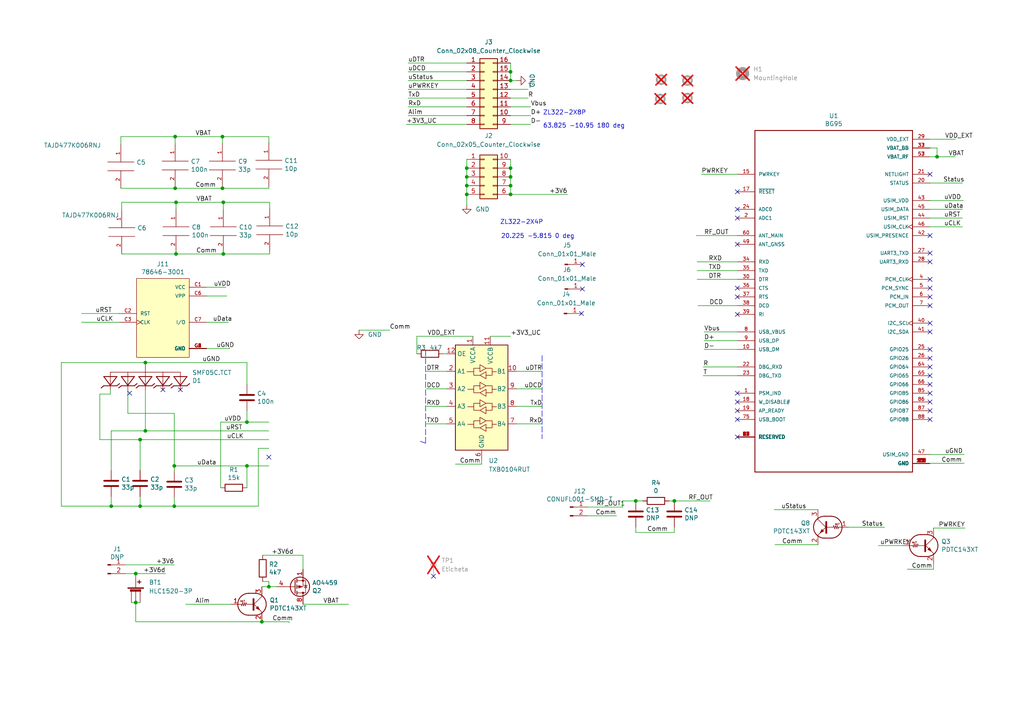
<source format=kicad_sch>
(kicad_sch (version 20231120) (generator "eeschema") (generator_version "8.0")
  (paper "A4")
  (title_block (title "Modem BG95") (rev "4.0") (company "Delta Electronics SRL"))
  (lib_symbols
    (symbol "BG95:BG95" (pin_names (offset 1.016))
      (property "Reference" "U" (at -22.86 49.276 0))
      (property "Value" "BG95_BG95" (at -22.86 -53.34 0))
      (symbol "BG95_0_0"
        (pin output line (at -27.94 -27.94 0) (length 5.08) (name "PSM_IND") (number "1"))
        (pin bidirectional line (at -27.94 -15.24 0) (length 5.08) (name "USB_DM") (number "10"))
        (pin power_in line (at 27.94 -48.26 180) (length 5.08) (name "GND") (number "100"))
        (pin power_in line (at 27.94 -48.26 180) (length 5.08) (name "GND") (number "101"))
        (pin power_in line (at 27.94 -48.26 180) (length 5.08) (name "GND") (number "102"))
        (pin bidirectional line (at -27.94 -40.64 0) (length 5.08) (name "RESERVED") (number "11"))
        (pin bidirectional line (at -27.94 -40.64 0) (length 5.08) (name "RESERVED") (number "12"))
        (pin bidirectional line (at -27.94 -40.64 0) (length 5.08) (name "RESERVED") (number "13"))
        (pin bidirectional line (at -27.94 -40.64 0) (length 5.08) (name "RESERVED") (number "14"))
        (pin input line (at -27.94 35.56 0) (length 5.08) (name "PWRKEY") (number "15"))
        (pin bidirectional line (at -27.94 -40.64 0) (length 5.08) (name "RESERVED") (number "16"))
        (pin input line (at -27.94 30.48 0) (length 5.08) (name "~{RESET}") (number "17"))
        (pin input line (at -27.94 -30.48 0) (length 5.08) (name "W_DISABLE#") (number "18"))
        (pin input line (at -27.94 -33.02 0) (length 5.08) (name "AP_READY") (number "19"))
        (pin input line (at -27.94 22.86 0) (length 5.08) (name "ADC1") (number "2"))
        (pin output line (at 27.94 33.02 180) (length 5.08) (name "STATUS") (number "20"))
        (pin output line (at 27.94 35.56 180) (length 5.08) (name "NETLIGHT") (number "21"))
        (pin input line (at -27.94 -20.32 0) (length 5.08) (name "DBG_RXD") (number "22"))
        (pin output line (at -27.94 -22.86 0) (length 5.08) (name "DBG_TXD") (number "23"))
        (pin input line (at -27.94 25.4 0) (length 5.08) (name "ADC0") (number "24"))
        (pin bidirectional line (at 27.94 -15.24 180) (length 5.08) (name "GPIO25") (number "25"))
        (pin bidirectional line (at 27.94 -17.78 180) (length 5.08) (name "GPIO26") (number "26"))
        (pin output line (at 27.94 12.7 180) (length 5.08) (name "UART3_TXD") (number "27"))
        (pin input line (at 27.94 10.16 180) (length 5.08) (name "UART3_RXD") (number "28"))
        (pin power_in line (at 27.94 45.72 180) (length 5.08) (name "VDD_EXT") (number "29"))
        (pin power_in line (at 27.94 -48.26 180) (length 5.08) (name "GND") (number "3"))
        (pin input line (at -27.94 5.08 0) (length 5.08) (name "DTR") (number "30"))
        (pin power_in line (at 27.94 -48.26 180) (length 5.08) (name "GND") (number "31"))
        (pin power_in line (at 27.94 43.18 180) (length 5.08) (name "VBAT_BB") (number "32"))
        (pin power_in line (at 27.94 43.18 180) (length 5.08) (name "VBAT_BB") (number "33"))
        (pin input line (at -27.94 10.16 0) (length 5.08) (name "RXD") (number "34"))
        (pin output line (at -27.94 7.62 0) (length 5.08) (name "TXD") (number "35"))
        (pin output line (at -27.94 2.54 0) (length 5.08) (name "CTS") (number "36"))
        (pin input line (at -27.94 0 0) (length 5.08) (name "RTS") (number "37"))
        (pin output line (at -27.94 -2.54 0) (length 5.08) (name "DCD") (number "38"))
        (pin output line (at -27.94 -5.08 0) (length 5.08) (name "RI") (number "39"))
        (pin output clock (at 27.94 5.08 180) (length 5.08) (name "PCM_CLK") (number "4"))
        (pin output clock (at 27.94 -7.62 180) (length 5.08) (name "I2C_SCL") (number "40"))
        (pin bidirectional line (at 27.94 -10.16 180) (length 5.08) (name "I2C_SDA") (number "41"))
        (pin input line (at 27.94 17.78 180) (length 5.08) (name "USIM_PRESENCE") (number "42"))
        (pin power_in line (at 27.94 27.94 180) (length 5.08) (name "USIM_VDD") (number "43"))
        (pin output line (at 27.94 22.86 180) (length 5.08) (name "USIM_RST") (number "44"))
        (pin bidirectional line (at 27.94 25.4 180) (length 5.08) (name "USIM_DATA") (number "45"))
        (pin output clock (at 27.94 20.32 180) (length 5.08) (name "USIM_CLK") (number "46"))
        (pin power_in line (at 27.94 -45.72 180) (length 5.08) (name "USIM_GND") (number "47"))
        (pin power_in line (at 27.94 -48.26 180) (length 5.08) (name "GND") (number "48"))
        (pin input line (at -27.94 15.24 0) (length 5.08) (name "ANT_GNSS") (number "49"))
        (pin output line (at 27.94 2.54 180) (length 5.08) (name "PCM_SYNC") (number "5"))
        (pin power_in line (at 27.94 -48.26 180) (length 5.08) (name "GND") (number "50"))
        (pin bidirectional line (at -27.94 -40.64 0) (length 5.08) (name "RESERVED") (number "51"))
        (pin power_in line (at 27.94 40.64 180) (length 5.08) (name "VBAT_RF") (number "52"))
        (pin power_in line (at 27.94 40.64 180) (length 5.08) (name "VBAT_RF") (number "53"))
        (pin power_in line (at 27.94 -48.26 180) (length 5.08) (name "GND") (number "54"))
        (pin power_in line (at 27.94 -48.26 180) (length 5.08) (name "GND") (number "55"))
        (pin bidirectional line (at -27.94 -40.64 0) (length 5.08) (name "RESERVED") (number "56"))
        (pin bidirectional line (at -27.94 -40.64 0) (length 5.08) (name "RESERVED") (number "57"))
        (pin power_in line (at 27.94 -48.26 180) (length 5.08) (name "GND") (number "58"))
        (pin power_in line (at 27.94 -48.26 180) (length 5.08) (name "GND") (number "59"))
        (pin input line (at 27.94 0 180) (length 5.08) (name "PCM_IN") (number "6"))
        (pin bidirectional line (at -27.94 17.78 0) (length 5.08) (name "ANT_MAIN") (number "60"))
        (pin power_in line (at 27.94 -48.26 180) (length 5.08) (name "GND") (number "61"))
        (pin power_in line (at 27.94 -48.26 180) (length 5.08) (name "GND") (number "62"))
        (pin bidirectional line (at -27.94 -40.64 0) (length 5.08) (name "RESERVED") (number "63"))
        (pin bidirectional line (at 27.94 -20.32 180) (length 5.08) (name "GPIO64") (number "64"))
        (pin bidirectional line (at 27.94 -22.86 180) (length 5.08) (name "GPIO65") (number "65"))
        (pin bidirectional line (at 27.94 -25.4 180) (length 5.08) (name "GPIO66") (number "66"))
        (pin power_in line (at 27.94 -48.26 180) (length 5.08) (name "GND") (number "67"))
        (pin power_in line (at 27.94 -48.26 180) (length 5.08) (name "GND") (number "68"))
        (pin power_in line (at 27.94 -48.26 180) (length 5.08) (name "GND") (number "69"))
        (pin output line (at 27.94 -2.54 180) (length 5.08) (name "PCM_OUT") (number "7"))
        (pin power_in line (at 27.94 -48.26 180) (length 5.08) (name "GND") (number "70"))
        (pin power_in line (at 27.94 -48.26 180) (length 5.08) (name "GND") (number "71"))
        (pin power_in line (at 27.94 -48.26 180) (length 5.08) (name "GND") (number "72"))
        (pin power_in line (at 27.94 -48.26 180) (length 5.08) (name "GND") (number "73"))
        (pin power_in line (at 27.94 -48.26 180) (length 5.08) (name "GND") (number "74"))
        (pin input line (at -27.94 -35.56 0) (length 5.08) (name "USB_BOOT") (number "75"))
        (pin bidirectional line (at -27.94 -40.64 0) (length 5.08) (name "RESERVED") (number "76"))
        (pin bidirectional line (at -27.94 -40.64 0) (length 5.08) (name "RESERVED") (number "77"))
        (pin bidirectional line (at -27.94 -40.64 0) (length 5.08) (name "RESERVED") (number "78"))
        (pin power_in line (at 27.94 -48.26 180) (length 5.08) (name "GND") (number "79"))
        (pin input line (at -27.94 -10.16 0) (length 5.08) (name "USB_VBUS") (number "8"))
        (pin power_in line (at 27.94 -48.26 180) (length 5.08) (name "GND") (number "80"))
        (pin power_in line (at 27.94 -48.26 180) (length 5.08) (name "GND") (number "81"))
        (pin power_in line (at 27.94 -48.26 180) (length 5.08) (name "GND") (number "82"))
        (pin bidirectional line (at -27.94 -40.64 0) (length 5.08) (name "RESERVED") (number "83"))
        (pin bidirectional line (at -27.94 -40.64 0) (length 5.08) (name "RESERVED") (number "84"))
        (pin bidirectional line (at 27.94 -27.94 180) (length 5.08) (name "GPIO85") (number "85"))
        (pin bidirectional line (at 27.94 -30.48 180) (length 5.08) (name "GPIO86") (number "86"))
        (pin bidirectional line (at 27.94 -33.02 180) (length 5.08) (name "GPIO87") (number "87"))
        (pin bidirectional line (at 27.94 -35.56 180) (length 5.08) (name "GPIO88") (number "88"))
        (pin power_in line (at 27.94 -48.26 180) (length 5.08) (name "GND") (number "89"))
        (pin bidirectional line (at -27.94 -12.7 0) (length 5.08) (name "USB_DP") (number "9"))
        (pin power_in line (at 27.94 -48.26 180) (length 5.08) (name "GND") (number "90"))
        (pin power_in line (at 27.94 -48.26 180) (length 5.08) (name "GND") (number "91"))
        (pin bidirectional line (at -27.94 -40.64 0) (length 5.08) (name "RESERVED") (number "92"))
        (pin bidirectional line (at -27.94 -40.64 0) (length 5.08) (name "RESERVED") (number "93"))
        (pin bidirectional line (at -27.94 -40.64 0) (length 5.08) (name "RESERVED") (number "94"))
        (pin bidirectional line (at -27.94 -40.64 0) (length 5.08) (name "RESERVED") (number "95"))
        (pin bidirectional line (at -27.94 -40.64 0) (length 5.08) (name "RESERVED") (number "96"))
        (pin bidirectional line (at -27.94 -40.64 0) (length 5.08) (name "RESERVED") (number "97"))
        (pin bidirectional line (at -27.94 -40.64 0) (length 5.08) (name "RESERVED") (number "98"))
        (pin bidirectional line (at -27.94 -40.64 0) (length 5.08) (name "RESERVED") (number "99"))
      )
    )
    (symbol "Connector:Conn_01x01_Male" (pin_names (offset 1.016) hide)
      (property "Reference" "J" (at 0 2.54 0))
      (property "Value" "Conn_01x01_Male" (at 0 -2.54 0))
      (symbol "Conn_01x01_Male_1_1"
        (pin passive line (at 5.08 0 180) (length 3.81) (name "Pin_1") (number "1"))
      )
    )
    (symbol "Connector:Conn_01x02_Male" (pin_names (offset 1.016) hide)
      (property "Reference" "J" (at 0 2.54 0))
      (property "Value" "Conn_01x02_Male" (at 0 -5.08 0))
      (symbol "Conn_01x02_Male_1_1"
        (pin passive line (at 5.08 0 180) (length 3.81) (name "Pin_1") (number "1"))
        (pin passive line (at 5.08 -2.54 180) (length 3.81) (name "Pin_2") (number "2"))
      )
    )
    (symbol "Connector:TestPoint" (pin_numbers hide) (pin_names (offset 0.762) hide)
      (property "Reference" "TP" (at 0 6.858 0))
      (property "Value" "TestPoint" (at 0 5.08 0))
      (symbol "TestPoint_1_1"
        (pin passive line (at 0 0 90) (length 2.54) (name "1") (number "1"))
      )
    )
    (symbol "Connector_Generic:Conn_02x05_Counter_Clockwise" (pin_names (offset 1.016) hide)
      (property "Reference" "J" (at 1.27 7.62 0))
      (property "Value" "Conn_02x05_Counter_Clockwise" (at 1.27 -7.62 0))
      (symbol "Conn_02x05_Counter_Clockwise_1_1"
        (pin passive line (at -5.08 5.08 0) (length 3.81) (name "Pin_1") (number "1"))
        (pin passive line (at 7.62 5.08 180) (length 3.81) (name "Pin_10") (number "10"))
        (pin passive line (at -5.08 2.54 0) (length 3.81) (name "Pin_2") (number "2"))
        (pin passive line (at -5.08 0 0) (length 3.81) (name "Pin_3") (number "3"))
        (pin passive line (at -5.08 -2.54 0) (length 3.81) (name "Pin_4") (number "4"))
        (pin passive line (at -5.08 -5.08 0) (length 3.81) (name "Pin_5") (number "5"))
        (pin passive line (at 7.62 -5.08 180) (length 3.81) (name "Pin_6") (number "6"))
        (pin passive line (at 7.62 -2.54 180) (length 3.81) (name "Pin_7") (number "7"))
        (pin passive line (at 7.62 0 180) (length 3.81) (name "Pin_8") (number "8"))
        (pin passive line (at 7.62 2.54 180) (length 3.81) (name "Pin_9") (number "9"))
      )
    )
    (symbol "Connector_Generic:Conn_02x08_Counter_Clockwise" (pin_names (offset 1.016) hide)
      (property "Reference" "J" (at 1.27 10.16 0))
      (property "Value" "Conn_02x08_Counter_Clockwise" (at 1.27 -12.7 0))
      (symbol "Conn_02x08_Counter_Clockwise_1_1"
        (pin passive line (at -5.08 7.62 0) (length 3.81) (name "Pin_1") (number "1"))
        (pin passive line (at 7.62 -7.62 180) (length 3.81) (name "Pin_10") (number "10"))
        (pin passive line (at 7.62 -5.08 180) (length 3.81) (name "Pin_11") (number "11"))
        (pin passive line (at 7.62 -2.54 180) (length 3.81) (name "Pin_12") (number "12"))
        (pin passive line (at 7.62 0 180) (length 3.81) (name "Pin_13") (number "13"))
        (pin passive line (at 7.62 2.54 180) (length 3.81) (name "Pin_14") (number "14"))
        (pin passive line (at 7.62 5.08 180) (length 3.81) (name "Pin_15") (number "15"))
        (pin passive line (at 7.62 7.62 180) (length 3.81) (name "Pin_16") (number "16"))
        (pin passive line (at -5.08 5.08 0) (length 3.81) (name "Pin_2") (number "2"))
        (pin passive line (at -5.08 2.54 0) (length 3.81) (name "Pin_3") (number "3"))
        (pin passive line (at -5.08 0 0) (length 3.81) (name "Pin_4") (number "4"))
        (pin passive line (at -5.08 -2.54 0) (length 3.81) (name "Pin_5") (number "5"))
        (pin passive line (at -5.08 -5.08 0) (length 3.81) (name "Pin_6") (number "6"))
        (pin passive line (at -5.08 -7.62 0) (length 3.81) (name "Pin_7") (number "7"))
        (pin passive line (at -5.08 -10.16 0) (length 3.81) (name "Pin_8") (number "8"))
        (pin passive line (at 7.62 -10.16 180) (length 3.81) (name "Pin_9") (number "9"))
      )
    )
    (symbol "Device:C" (pin_numbers hide) (pin_names (offset 0.254))
      (property "Reference" "C" (at 0.635 2.54 0))
      (property "Value" "C" (at 0.635 -2.54 0))
      (symbol "C_1_1"
        (pin passive line (at 0 3.81 270) (length 2.794) (name "~") (number "1"))
        (pin passive line (at 0 -3.81 90) (length 2.794) (name "~") (number "2"))
      )
    )
    (symbol "Device:HLC1520-3P" (pin_numbers hide) (pin_names (offset 0) hide)
      (property "Reference" "BT" (at 2.54 2.54 0))
      (property "Value" "HLC1520-3P" (at 2.54 0 0))
      (symbol "HLC1520-3P_1_1"
        (pin passive line (at 0 5.08 270) (length 2.54) (name "+") (number "1"))
        (pin passive line (at 0 -2.54 90) (length 2.54) (name "-") (number "2"))
        (pin passive line (at -1.27 -2.54 90) (length 2.54) (name "-") (number "3"))
        (pin passive line (at 1.27 -2.54 90) (length 2.54) (name "-") (number "4"))
      )
    )
    (symbol "Device:R" (pin_numbers hide) (pin_names (offset 0))
      (property "Reference" "R" (at 2.032 0 90))
      (property "Value" "R" (at 0 0 90))
      (symbol "R_1_1"
        (pin passive line (at 0 3.81 270) (length 1.27) (name "~") (number "1"))
        (pin passive line (at 0 -3.81 90) (length 1.27) (name "~") (number "2"))
      )
    )
    (symbol "Logic_LevelTranslator:TXB0104RUT"
      (property "Reference" "U" (at -6.35 16.51 0))
      (property "Value" "TXB0104RUT" (at 3.81 16.51 0))
      (symbol "TXB0104RUT_1_1"
        (pin power_in line (at -2.54 17.78 270) (length 2.54) (name "VCCA") (number "1"))
        (pin tri_state line (at 10.16 7.62 180) (length 2.54) (name "B1") (number "10"))
        (pin power_in line (at 2.54 17.78 270) (length 2.54) (name "VCCB") (number "11"))
        (pin input line (at -10.16 12.7 0) (length 2.54) (name "OE") (number "12"))
        (pin tri_state line (at -10.16 7.62 0) (length 2.54) (name "A1") (number "2"))
        (pin tri_state line (at -10.16 2.54 0) (length 2.54) (name "A2") (number "3"))
        (pin tri_state line (at -10.16 -2.54 0) (length 2.54) (name "A3") (number "4"))
        (pin tri_state line (at -10.16 -7.62 0) (length 2.54) (name "A4") (number "5"))
        (pin power_in line (at 0 -17.78 90) (length 2.54) (name "GND") (number "6"))
        (pin tri_state line (at 10.16 -7.62 180) (length 2.54) (name "B4") (number "7"))
        (pin tri_state line (at 10.16 -2.54 180) (length 2.54) (name "B3") (number "8"))
        (pin tri_state line (at 10.16 2.54 180) (length 2.54) (name "B2") (number "9"))
      )
    )
    (symbol "Mechanical:Fiducial"
      (property "Reference" "FID" (at 0 5.08 0))
      (property "Value" "Fiducial" (at 0 3.175 0))
    )
    (symbol "Mechanical:MountingHole" (pin_names (offset 1.016))
      (property "Reference" "H" (at 0 5.08 0))
      (property "Value" "MountingHole" (at 0 3.175 0))
    )
    (symbol "SMF05C:SMF05C" (pin_numbers hide) (pin_names (offset 1.016) hide)
      (property "Reference" "D" (at -23.0124 0.1016 0))
      (property "Value" "SMF05C_SMF05C" (at -23.0378 -1.9558 0))
      (symbol "SMF05C_0_0"
        (pin passive line (at -7.62 2.54 270) (length 2.54) (name "~") (number "1"))
        (pin passive line (at 2.54 -5.08 90) (length 2.54) (name "~") (number "2"))
        (pin passive line (at -2.54 2.54 270) (length 2.54) (name "~") (number "3"))
        (pin passive line (at 2.54 2.54 270) (length 2.54) (name "~") (number "4"))
        (pin passive line (at 7.62 2.54 270) (length 2.54) (name "~") (number "5"))
        (pin passive line (at 12.7 2.54 270) (length 2.54) (name "~") (number "6"))
      )
    )
    (symbol "SimSocketMolex:78646-3001" (pin_names (offset 1.016))
      (property "Reference" "J" (at -7.112 10.668 0))
      (property "Value" "SimSocketMolex_78646-3001" (at -7.3914 -14.7828 0))
      (symbol "78646-3001_0_0"
        (pin power_in line (at 12.7 7.62 180) (length 5.08) (name "VCC") (number "C1"))
        (pin input line (at -12.7 0 0) (length 5.08) (name "RST") (number "C2"))
        (pin input clock (at -12.7 -2.54 0) (length 5.08) (name "CLK") (number "C3"))
        (pin power_in line (at 12.7 -10.16 180) (length 5.08) (name "GND") (number "C5"))
        (pin power_in line (at 12.7 5.08 180) (length 5.08) (name "VPP") (number "C6"))
        (pin bidirectional line (at 12.7 -2.54 180) (length 5.08) (name "I/O") (number "C7"))
        (pin power_in line (at 12.7 -10.16 180) (length 5.08) (name "GND") (number "G1"))
        (pin power_in line (at 12.7 -10.16 180) (length 5.08) (name "GND") (number "G2"))
        (pin power_in line (at 12.7 -10.16 180) (length 5.08) (name "GND") (number "G3"))
        (pin power_in line (at 12.7 -10.16 180) (length 5.08) (name "GND") (number "G4"))
        (pin power_in line (at 12.7 -10.16 180) (length 5.08) (name "GND") (number "G5"))
        (pin power_in line (at 12.7 -10.16 180) (length 5.08) (name "GND") (number "G6"))
      )
    )
    (symbol "Transistor_BJT:DTC143T" (pin_names (offset 0) hide)
      (property "Reference" "Q" (at 5.08 1.905 0))
      (property "Value" "DTC143T" (at 5.08 0 0))
      (symbol "DTC143T_0_0"
        (text "4k7" (at -3.048 0.889 0) (effects (font (size 0.508 0.508))))
      )
      (symbol "DTC143T_1_1"
        (pin input line (at -6.35 0 0) (length 2.54) (name "B") (number "1"))
        (pin passive line (at 2.54 -5.08 90) (length 2.54) (name "E") (number "2"))
        (pin passive line (at 2.54 5.08 270) (length 2.54) (name "C") (number "3"))
      )
    )
    (symbol "Transistor_FET:FDS9435A" (pin_names hide)
      (property "Reference" "Q" (at 5.08 1.905 0))
      (property "Value" "FDS9435A" (at 5.08 0 0))
      (symbol "FDS9435A_1_1"
        (pin passive line (at 2.54 -5.08 90) (length 2.54) (name "S") (number "1"))
        (pin passive line (at 2.54 -5.08 90) (length 2.54) hide (name "S") (number "2"))
        (pin passive line (at 2.54 -5.08 90) (length 2.54) hide (name "S") (number "3"))
        (pin passive line (at -5.08 0 0) (length 2.54) (name "G") (number "4"))
        (pin passive line (at 2.54 5.08 270) (length 2.54) hide (name "D") (number "5"))
        (pin passive line (at 2.54 5.08 270) (length 2.54) hide (name "D") (number "6"))
        (pin passive line (at 2.54 5.08 270) (length 2.54) hide (name "D") (number "7"))
        (pin passive line (at 2.54 5.08 270) (length 2.54) (name "D") (number "8"))
      )
    )
    (symbol "power:GND" (power) (pin_names (offset 0))
      (property "Value" "GND" (at 0 -3.81 0))
      (symbol "GND_1_1"
        (pin power_in line (at 0 0 270) (length 0) hide (name "GND") (number "1"))
      )
    )
    (symbol "pspice:CAP" (pin_names (offset 0.254))
      (property "Reference" "C" (at 2.54 3.81 90))
      (property "Value" "CAP" (at 2.54 -3.81 90))
      (symbol "CAP_1_1"
        (pin passive line (at 0 6.35 270) (length 5.08) (name "~") (number "1"))
        (pin passive line (at 0 -6.35 90) (length 5.08) (name "~") (number "2"))
      )
    )
  )
  (junction (at 148.082 51.308))
  (junction (at 135.382 48.768))
  (junction (at 184.404 145.288))
  (junction (at 64.77 58.674))
  (junction (at 42.164 124.968))
  (junction (at 135.382 53.848))
  (junction (at 50.546 146.812))
  (junction (at 64.77 73.66))
  (junction (at 77.978 170.18))
  (junction (at 50.8 54.61))
  (junction (at 71.628 122.428))
  (junction (at 42.164 105.156))
  (junction (at 51.054 58.674))
  (junction (at 195.58 145.288))
  (junction (at 51.054 73.66))
  (junction (at 135.382 56.388))
  (junction (at 32.258 146.812))
  (junction (at 148.082 53.848))
  (junction (at 148.082 48.768))
  (junction (at 148.082 23.368))
  (junction (at 75.946 180.34))
  (junction (at 50.8 39.624))
  (junction (at 50.546 135.128))
  (junction (at 71.628 135.128))
  (junction (at 39.37 166.37))
  (junction (at 271.78 45.466))
  (junction (at 39.37 174.752))
  (junction (at 64.516 39.624))
  (junction (at 64.516 54.61))
  (junction (at 148.082 20.828))
  (junction (at 40.64 146.812))
  (junction (at 40.64 127.508))
  (junction (at 135.382 51.308))
  (junction (at 148.082 56.388))
  (no_connect (at 168.656 90.932))
  (no_connect (at 269.748 106.426))
  (no_connect (at 52.324 113.03))
  (no_connect (at 269.748 75.946))
  (no_connect (at 213.868 114.046))
  (no_connect (at 213.868 121.666))
  (no_connect (at 213.868 86.106))
  (no_connect (at 269.748 114.046))
  (no_connect (at 168.91 76.708))
  (no_connect (at 269.748 101.346))
  (no_connect (at 269.748 68.326))
  (no_connect (at 269.748 116.586))
  (no_connect (at 269.748 121.666))
  (no_connect (at 213.868 119.126))
  (no_connect (at 213.868 83.566))
  (no_connect (at 269.748 93.726))
  (no_connect (at 269.748 119.126))
  (no_connect (at 269.748 108.966))
  (no_connect (at 125.73 167.132))
  (no_connect (at 47.244 113.03))
  (no_connect (at 213.868 126.746))
  (no_connect (at 213.868 116.586))
  (no_connect (at 269.748 86.106))
  (no_connect (at 269.748 83.566))
  (no_connect (at 213.868 91.186))
  (no_connect (at 77.978 132.588))
  (no_connect (at 213.868 70.866))
  (no_connect (at 37.592 114.046))
  (no_connect (at 269.748 73.406))
  (no_connect (at 269.748 88.646))
  (no_connect (at 213.868 55.626))
  (no_connect (at 269.748 50.546))
  (no_connect (at 269.748 103.886))
  (no_connect (at 269.748 81.026))
  (no_connect (at 213.868 63.246))
  (no_connect (at 213.868 60.706))
  (no_connect (at 269.748 96.266))
  (no_connect (at 269.748 111.506))
  (no_connect (at 168.91 83.82))
  (wire (pts (xy 74.93 146.812) (xy 50.546 146.812)))
  (wire (pts (xy 118.364 28.448) (xy 135.382 28.448)))
  (wire (pts (xy 148.082 36.068) (xy 153.924 36.068)))
  (wire (pts (xy 139.7 134.62) (xy 132.08 134.62)))
  (wire (pts (xy 37.084 119.888) (xy 37.084 113.03)))
  (wire (pts (xy 180.594 145.288) (xy 180.594 147.066)))
  (wire (pts (xy 203.962 108.966) (xy 213.868 108.966)))
  (wire (pts (xy 204.216 98.806) (xy 213.868 98.806)))
  (wire (pts (xy 270.764 163.322) (xy 270.764 165.1)))
  (wire (pts (xy 35.306 58.674) (xy 51.054 58.674)))
  (wire (pts (xy 157.226 107.696) (xy 149.86 107.696)))
  (wire (pts (xy 195.58 152.908) (xy 195.58 154.432)))
  (wire (pts (xy 204.216 96.266) (xy 213.868 96.266)))
  (wire (pts (xy 40.64 144.018) (xy 40.64 146.812)))
  (wire (pts (xy 50.8 39.624) (xy 64.516 39.624)))
  (wire (pts (xy 269.748 65.786) (xy 279.146 65.786)))
  (wire (pts (xy 32.258 146.812) (xy 40.64 146.812)))
  (wire (pts (xy 17.78 146.812) (xy 32.258 146.812)))
  (wire (pts (xy 32.258 144.018) (xy 32.258 146.812)))
  (wire (pts (xy 120.904 97.536) (xy 120.904 102.616)))
  (wire (pts (xy 213.868 88.646) (xy 202.438 88.646)))
  (wire (pts (xy 64.008 122.428) (xy 71.628 122.428)))
  (wire (pts (xy 148.082 48.768) (xy 148.082 51.308)))
  (wire (pts (xy 59.944 85.852) (xy 65.786 85.852)))
  (wire (pts (xy 148.082 23.368) (xy 149.86 23.368)))
  (wire (pts (xy 40.64 127.508) (xy 77.978 127.508)))
  (wire (pts (xy 39.37 166.37) (xy 48.006 166.37)))
  (wire (pts (xy 118.364 25.908) (xy 135.382 25.908)))
  (wire (pts (xy 76.2 168.656) (xy 77.978 168.656)))
  (wire (pts (xy 129.54 112.776) (xy 123.698 112.776)))
  (wire (pts (xy 50.8 41.656) (xy 50.8 39.624)))
  (wire (pts (xy 35.052 54.61) (xy 50.8 54.61)))
  (wire (pts (xy 269.748 42.926) (xy 271.78 42.926)))
  (wire (pts (xy 71.628 122.428) (xy 77.978 122.428)))
  (wire (pts (xy 78.232 73.66) (xy 78.232 73.152)))
  (wire (pts (xy 39.37 180.34) (xy 39.37 174.752)))
  (wire (pts (xy 32.258 124.968) (xy 32.258 136.398)))
  (wire (pts (xy 148.082 46.228) (xy 148.082 48.768)))
  (wire (pts (xy 237.236 157.988) (xy 224.79 157.988)))
  (wire (pts (xy 50.8 54.61) (xy 50.8 54.356)))
  (wire (pts (xy 87.884 175.26) (xy 101.092 175.26)))
  (wire (pts (xy 269.748 45.466) (xy 271.78 45.466)))
  (wire (pts (xy 64.77 58.674) (xy 78.232 58.674)))
  (wire (pts (xy 77.978 39.624) (xy 77.978 41.402)))
  (wire (pts (xy 135.382 23.368) (xy 118.364 23.368)))
  (wire (pts (xy 118.364 30.988) (xy 135.382 30.988)))
  (wire (pts (xy 67.056 175.26) (xy 53.848 175.26)))
  (wire (pts (xy 36.322 163.83) (xy 50.546 163.83)))
  (wire (pts (xy 50.546 135.128) (xy 71.628 135.128)))
  (polyline (pts (xy 157.226 103.124) (xy 157.226 127.254)) (stroke (width 0) (type dash)))
  (wire (pts (xy 35.306 60.96) (xy 35.306 58.674)))
  (wire (pts (xy 59.944 93.472) (xy 66.294 93.472)))
  (wire (pts (xy 35.052 39.624) (xy 50.8 39.624)))
  (wire (pts (xy 35.306 73.66) (xy 51.054 73.66)))
  (wire (pts (xy 50.546 119.888) (xy 37.084 119.888)))
  (wire (pts (xy 203.962 106.426) (xy 213.868 106.426)))
  (wire (pts (xy 139.7 133.096) (xy 139.7 134.62)))
  (wire (pts (xy 77.978 135.128) (xy 71.628 135.128)))
  (wire (pts (xy 148.082 30.988) (xy 153.924 30.988)))
  (wire (pts (xy 135.382 20.828) (xy 118.364 20.828)))
  (wire (pts (xy 28.956 114.3) (xy 32.004 114.3)))
  (wire (pts (xy 64.77 73.66) (xy 64.77 73.406)))
  (wire (pts (xy 77.978 170.18) (xy 80.264 170.18)))
  (wire (pts (xy 123.698 107.696) (xy 129.54 107.696)))
  (wire (pts (xy 184.404 154.432) (xy 195.58 154.432)))
  (wire (pts (xy 64.516 41.656) (xy 64.516 39.624)))
  (wire (pts (xy 42.164 113.03) (xy 42.164 124.968)))
  (wire (pts (xy 64.77 60.706) (xy 64.77 58.674)))
  (wire (pts (xy 39.37 174.752) (xy 40.64 174.752)))
  (wire (pts (xy 17.78 146.812) (xy 17.78 105.156)))
  (wire (pts (xy 148.082 53.848) (xy 148.082 56.388)))
  (wire (pts (xy 148.082 56.388) (xy 164.592 56.388)))
  (wire (pts (xy 195.58 145.288) (xy 205.994 145.288)))
  (wire (pts (xy 129.54 117.856) (xy 123.698 117.856)))
  (wire (pts (xy 34.544 93.472) (xy 23.622 93.472)))
  (wire (pts (xy 74.93 130.048) (xy 74.93 146.812)))
  (wire (pts (xy 261.874 158.242) (xy 254.762 158.242)))
  (wire (pts (xy 40.64 127.508) (xy 40.64 136.398)))
  (wire (pts (xy 213.868 81.026) (xy 202.184 81.026)))
  (wire (pts (xy 34.544 90.932) (xy 23.622 90.932)))
  (wire (pts (xy 157.226 117.856) (xy 149.86 117.856)))
  (wire (pts (xy 75.946 170.18) (xy 77.978 170.18)))
  (wire (pts (xy 66.548 101.092) (xy 66.548 100.838)))
  (wire (pts (xy 170.434 149.606) (xy 178.816 149.606)))
  (wire (pts (xy 51.054 60.706) (xy 51.054 58.674)))
  (wire (pts (xy 148.082 28.448) (xy 153.162 28.448)))
  (wire (pts (xy 64.516 39.624) (xy 77.978 39.624)))
  (wire (pts (xy 64.516 54.61) (xy 64.516 54.356)))
  (wire (pts (xy 180.594 147.066) (xy 170.434 147.066)))
  (wire (pts (xy 17.78 105.156) (xy 42.164 105.156)))
  (wire (pts (xy 184.404 145.288) (xy 186.436 145.288)))
  (wire (pts (xy 36.322 166.37) (xy 39.37 166.37)))
  (wire (pts (xy 71.628 119.126) (xy 71.628 122.428)))
  (wire (pts (xy 77.978 54.61) (xy 77.978 54.102)))
  (wire (pts (xy 77.978 168.656) (xy 77.978 170.18)))
  (wire (pts (xy 271.78 42.926) (xy 271.78 45.466)))
  (wire (pts (xy 51.054 58.674) (xy 64.77 58.674)))
  (wire (pts (xy 148.082 20.828) (xy 148.082 23.368)))
  (wire (pts (xy 104.14 95.758) (xy 113.03 95.758)))
  (wire (pts (xy 64.77 73.66) (xy 78.232 73.66)))
  (wire (pts (xy 184.404 145.288) (xy 180.594 145.288)))
  (wire (pts (xy 78.232 58.674) (xy 78.232 60.452)))
  (wire (pts (xy 50.8 54.61) (xy 64.516 54.61)))
  (wire (pts (xy 213.868 68.326) (xy 201.93 68.326)))
  (wire (pts (xy 129.54 122.936) (xy 123.698 122.936)))
  (wire (pts (xy 40.64 127.508) (xy 28.956 127.508)))
  (wire (pts (xy 51.054 73.66) (xy 51.054 73.406)))
  (wire (pts (xy 269.748 53.086) (xy 279.146 53.086)))
  (wire (pts (xy 203.454 50.546) (xy 213.868 50.546)))
  (wire (pts (xy 77.978 124.968) (xy 42.164 124.968)))
  (wire (pts (xy 59.944 101.092) (xy 66.548 101.092)))
  (wire (pts (xy 194.056 145.288) (xy 195.58 145.288)))
  (wire (pts (xy 148.082 25.908) (xy 153.162 25.908)))
  (wire (pts (xy 135.382 46.228) (xy 135.382 48.768)))
  (wire (pts (xy 87.884 161.036) (xy 87.884 165.1)))
  (wire (pts (xy 157.226 112.776) (xy 149.86 112.776)))
  (wire (pts (xy 148.082 33.528) (xy 153.924 33.528)))
  (wire (pts (xy 135.382 56.388) (xy 135.382 59.436)))
  (wire (pts (xy 42.164 105.156) (xy 42.164 105.41)))
  (wire (pts (xy 59.944 83.312) (xy 65.532 83.312)))
  (wire (pts (xy 51.054 73.66) (xy 64.77 73.66)))
  (wire (pts (xy 135.382 48.768) (xy 135.382 51.308)))
  (wire (pts (xy 135.382 53.848) (xy 135.382 56.388)))
  (wire (pts (xy 269.748 40.386) (xy 277.114 40.386)))
  (wire (pts (xy 269.748 63.246) (xy 279.146 63.246)))
  (wire (pts (xy 128.524 102.616) (xy 129.54 102.616)))
  (wire (pts (xy 148.082 51.308) (xy 148.082 53.848)))
  (wire (pts (xy 270.764 153.162) (xy 279.908 153.162)))
  (wire (pts (xy 42.164 124.968) (xy 32.258 124.968)))
  (wire (pts (xy 42.164 105.156) (xy 71.628 105.156)))
  (wire (pts (xy 213.868 78.486) (xy 202.184 78.486)))
  (wire (pts (xy 64.516 54.61) (xy 77.978 54.61)))
  (wire (pts (xy 213.868 75.946) (xy 202.184 75.946)))
  (wire (pts (xy 269.748 58.166) (xy 279.4 58.166)))
  (wire (pts (xy 75.946 180.34) (xy 83.82 180.34)))
  (wire (pts (xy 269.748 131.826) (xy 279.654 131.826)))
  (wire (pts (xy 237.236 147.828) (xy 224.536 147.828)))
  (wire (pts (xy 32.004 114.3) (xy 32.004 113.03)))
  (wire (pts (xy 157.226 122.936) (xy 149.86 122.936)))
  (wire (pts (xy 50.546 119.888) (xy 50.546 135.128)))
  (wire (pts (xy 269.748 60.706) (xy 279.146 60.706)))
  (polyline (pts (xy 121.92 128.016) (xy 123.444 128.524)) (stroke (width 0) (type dash)))
  (wire (pts (xy 204.216 101.346) (xy 213.868 101.346)))
  (wire (pts (xy 148.082 18.288) (xy 148.082 20.828)))
  (wire (pts (xy 120.904 97.536) (xy 137.16 97.536)))
  (wire (pts (xy 76.2 161.036) (xy 87.884 161.036)))
  (wire (pts (xy 246.126 152.908) (xy 256.54 152.908)))
  (wire (pts (xy 269.748 134.366) (xy 279.654 134.366)))
  (wire (pts (xy 40.64 146.812) (xy 50.546 146.812)))
  (wire (pts (xy 71.628 105.156) (xy 71.628 111.506)))
  (wire (pts (xy 184.404 154.432) (xy 184.404 152.908)))
  (wire (pts (xy 50.546 144.272) (xy 50.546 146.812)))
  (wire (pts (xy 270.764 165.1) (xy 263.144 165.1)))
  (wire (pts (xy 38.1 174.752) (xy 39.37 174.752)))
  (wire (pts (xy 75.946 180.34) (xy 39.37 180.34)))
  (wire (pts (xy 77.978 130.048) (xy 74.93 130.048)))
  (polyline (pts (xy 123.444 101.6) (xy 123.444 128.524)) (stroke (width 0) (type dash)))
  (wire (pts (xy 118.364 33.528) (xy 135.382 33.528)))
  (wire (pts (xy 39.37 166.37) (xy 39.37 167.132)))
  (wire (pts (xy 71.628 141.478) (xy 71.628 135.128)))
  (wire (pts (xy 50.546 135.128) (xy 50.546 136.652)))
  (wire (pts (xy 64.008 141.478) (xy 64.008 122.428)))
  (wire (pts (xy 142.24 97.536) (xy 148.082 97.536)))
  (wire (pts (xy 83.82 180.34) (xy 83.82 180.594)))
  (wire (pts (xy 35.052 41.91) (xy 35.052 39.624)))
  (wire (pts (xy 135.382 51.308) (xy 135.382 53.848)))
  (wire (pts (xy 135.382 36.068) (xy 117.856 36.068)))
  (wire (pts (xy 135.382 18.288) (xy 118.364 18.288)))
  (wire (pts (xy 28.956 127.508) (xy 28.956 114.3)))
  (wire (pts (xy 271.78 45.466) (xy 277.114 45.466)))
  (text "ZL322-2X8P" (at 157.48 33.528 0) (effects (font (size 1.27 1.27)) (justify left bottom)))
  (text "20.225 -5.815 0 deg" (at 145.288 69.342 0) (effects (font (size 1.27 1.27)) (justify left bottom)))
  (text "ZL322-2X4P\n\n" (at 145.034 67.31 0) (effects (font (size 1.27 1.27)) (justify left bottom)))
  (text "63.825 -10.95 180 deg" (at 157.48 37.338 0) (effects (font (size 1.27 1.27)) (justify left bottom)))
  (label "Comm" (at 226.822 157.988 0))
  (label "uDCD" (at 118.364 20.828 0))
  (label "VBAT" (at 56.642 39.624 0))
  (label "Status" (at 249.936 152.908 0))
  (label "+3V6d" (at 78.74 161.036 0))
  (label "D+" (at 153.924 33.528 0))
  (label "DTR" (at 205.486 81.026 0))
  (label "VDD_EXT" (at 274.066 40.386 0))
  (label "RXD" (at 205.486 75.946 0))
  (label "VDD_EXT" (at 123.952 97.536 0))
  (label "TXD" (at 205.486 78.486 0))
  (label "Comm" (at 133.35 134.62 0))
  (label "+3V3_UC" (at 148.082 97.536 0))
  (label "Vbus" (at 204.216 96.266 0))
  (label "uGND" (at 274.066 131.826 0))
  (label "DCD" (at 123.698 112.776 0))
  (label "uRST" (at 273.812 63.246 0))
  (label "D+" (at 204.216 98.806 0))
  (label "PWRKEY" (at 279.908 153.162 180))
  (label "uData" (at 61.722 93.472 0))
  (label "uDTR" (at 157.226 107.696 180))
  (label "uCLK" (at 273.812 65.786 0))
  (label "VBAT" (at 93.726 175.26 0))
  (label "uVDD" (at 61.976 83.312 0))
  (label "PWRKEY" (at 203.454 50.546 0))
  (label "Comm" (at 56.896 73.66 0))
  (label "VBAT" (at 275.082 45.466 0))
  (label "Comm" (at 172.72 149.606 0))
  (label "D-" (at 153.924 36.068 0))
  (label "uStatus" (at 226.568 147.828 0))
  (label "VBAT" (at 56.896 58.674 0))
  (label "R" (at 203.962 106.426 0))
  (label "uDCD" (at 157.226 112.776 180))
  (label "Comm" (at 273.05 134.366 0))
  (label "Alim" (at 56.642 175.26 0))
  (label "RxD" (at 157.226 122.936 180))
  (label "Comm" (at 264.414 165.1 0))
  (label "DTR" (at 123.698 107.696 0))
  (label "uStatus" (at 118.364 23.368 0))
  (label "+3V3_UC" (at 117.856 36.068 0))
  (label "Alim" (at 118.364 33.528 0))
  (label "Comm" (at 78.994 180.34 0))
  (label "Status" (at 273.558 53.086 0))
  (label "DCD" (at 205.74 88.646 0))
  (label "Vbus" (at 153.924 30.988 0))
  (label "+3V6" (at 164.592 56.388 180))
  (label "uPWRKEY" (at 118.364 25.908 0))
  (label "Comm" (at 113.03 95.758 0))
  (label "Comm" (at 56.642 54.61 0))
  (label "uCLK" (at 27.94 93.472 0))
  (label "T" (at 203.962 108.966 0))
  (label "RxD" (at 118.364 30.988 0))
  (label "RF_OUT1" (at 172.974 147.066 0))
  (label "uVDD" (at 65.024 122.428 0))
  (label "uRST" (at 27.686 90.932 0))
  (label "RF_OUT" (at 204.216 68.326 0))
  (label "uPWRKEY" (at 255.27 158.242 0))
  (label "+3V6d" (at 48.006 166.37 180))
  (label "uRST" (at 65.532 124.968 0))
  (label "uGND" (at 58.674 105.156 0))
  (label "uData" (at 273.812 60.706 0))
  (label "D-" (at 204.216 101.346 0))
  (label "uData" (at 57.15 135.128 0))
  (label "RXD" (at 123.698 117.856 0))
  (label "RF_OUT" (at 199.644 145.288 0))
  (label "TxD" (at 118.364 28.448 0))
  (label "TxD" (at 157.226 117.856 180))
  (label "uVDD" (at 273.812 58.166 0))
  (label "uDTR" (at 118.364 18.288 0))
  (label "Comm" (at 187.706 154.432 0))
  (label "uCLK" (at 65.786 127.508 0))
  (label "R" (at 153.162 28.448 0))
  (label "+3V6" (at 50.546 163.83 180))
  (label "T" (at 153.162 25.908 0))
  (label "uGND" (at 62.738 101.092 0))
  (label "TXD" (at 123.698 122.936 0))
  (symbol (lib_id "BG95:BG95") (at 241.808 86.106 0) (unit 1)
    (property "Reference" "U1" (at 241.808 33.6042 0))
    (property "Value" "BG95" (at 241.808 35.9156 0))
    (property "Footprint" "BG95:XCVR_BG95M3LA-64-SGNS" (effects (hide yes)))
    (property "Datasheet" "1.1" (effects (hide yes)))
    (property "Field5" "Quectel" (effects (hide yes)))
    (property "Field6" "Manufacturer Recommendations" (effects (hide yes)))
    (property "VTPN" "4716-00010-00" (effects (hide yes)))
  )
  (symbol (lib_id "Transistor_BJT:DTC143T") (at 239.776 152.908 0) (mirror y) (unit 1)
    (property "Reference" "Q8" (at 235.0008 151.7396 0) (effects (justify left)))
    (property "Value" "PDTC143XT" (at 235.0008 154.051 0) (effects (justify left)))
    (property "Footprint" "Package_TO_SOT_SMD:SOT-23" (effects (hide yes)))
    (property "VTPN" "4500-00010-00" (effects (hide yes)))
  )
  (symbol (lib_id "SMF05C:SMF05C") (at 44.704 110.49 180) (unit 1)
    (property "Reference" "D1" (at 55.7276 110.3884 0) (effects (justify right)))
    (property "Value" "SMF05C.TCT" (at 55.7276 108.077 0) (effects (justify right)))
    (property "Footprint" "Diode_SMD:SC70-6" (effects (hide yes)))
    (property "VTPN" "4724-00010-00" (effects (hide yes)))
  )
  (symbol (lib_id "Device:R") (at 67.818 141.478 90) (unit 1)
    (property "Reference" "R1" (at 67.818 136.2202 90))
    (property "Value" "15k" (at 67.818 138.5316 90))
    (property "Footprint" "Resistor_SMD:R_0603_1608Metric" (effects (hide yes)))
    (property "VTPN" "4006-00160-00" (effects (hide yes)))
  )
  (symbol (lib_id "Device:C") (at 32.258 140.208 0) (unit 1)
    (property "Reference" "C1" (at 35.179 139.0396 0) (effects (justify left)))
    (property "Value" "33p" (at 35.179 141.351 0) (effects (justify left)))
    (property "Footprint" "Capacitor_SMD:C_0603_1608Metric" (effects (hide yes)))
    (property "VTPN" "4106-00040-00" (effects (hide yes)))
  )
  (symbol (lib_id "Device:C") (at 40.64 140.208 0) (unit 1)
    (property "Reference" "C2" (at 43.561 139.0396 0) (effects (justify left)))
    (property "Value" "33p" (at 43.561 141.351 0) (effects (justify left)))
    (property "Footprint" "Capacitor_SMD:C_0603_1608Metric" (effects (hide yes)))
    (property "VTPN" "4106-00040-00" (effects (hide yes)))
  )
  (symbol (lib_id "Device:C") (at 50.546 140.462 0) (unit 1)
    (property "Reference" "C3" (at 53.467 139.2936 0) (effects (justify left)))
    (property "Value" "33p" (at 53.467 141.605 0) (effects (justify left)))
    (property "Footprint" "Capacitor_SMD:C_0603_1608Metric" (effects (hide yes)))
    (property "VTPN" "4106-00040-00" (effects (hide yes)))
  )
  (symbol (lib_id "Device:C") (at 71.628 115.316 0) (unit 1)
    (property "Reference" "C4" (at 74.549 114.1476 0) (effects (justify left)))
    (property "Value" "100n" (at 74.549 116.459 0) (effects (justify left)))
    (property "Footprint" "Capacitor_SMD:C_0603_1608Metric" (effects (hide yes)))
    (property "VTPN" "4106-00020-00" (effects (hide yes)))
  )
  (symbol (lib_id "Transistor_BJT:DTC143T") (at 73.406 175.26 0) (unit 1)
    (property "Reference" "Q1" (at 78.1812 174.0916 0) (effects (justify left)))
    (property "Value" "PDTC143XT" (at 78.1812 176.403 0) (effects (justify left)))
    (property "Footprint" "Package_TO_SOT_SMD:SOT-23" (effects (hide yes)))
    (property "VTPN" "4500-00010-00" (effects (hide yes)))
  )
  (symbol (lib_id "Device:R") (at 76.2 164.846 0) (unit 1)
    (property "Reference" "R2" (at 77.978 163.6776 0) (effects (justify left)))
    (property "Value" "4k7" (at 77.978 165.989 0) (effects (justify left)))
    (property "Footprint" "Resistor_SMD:R_0603_1608Metric" (effects (hide yes)))
    (property "VTPN" "4006-00150-00" (effects (hide yes)))
  )
  (symbol (lib_id "pspice:CAP") (at 35.052 48.26 0) (unit 1)
    (property "Reference" "C5" (at 39.5732 47.0916 0) (effects (justify left)))
    (property "Value" "TAJD477K006RNJ" (at 12.7 42.164 0) (effects (justify left)))
    (property "Footprint" "Capacitor_Tantalum_SMD:CP_EIA-7361-38_AVX-V_Pad2.18x3.30mm_HandSolder" (effects (hide yes)))
    (property "VTPN" "4128-00100-00" (effects (hide yes)))
  )
  (symbol (lib_id "pspice:CAP") (at 50.8 48.006 0) (unit 1)
    (property "Reference" "C7" (at 55.3212 46.8376 0) (effects (justify left)))
    (property "Value" "100n" (at 55.3212 49.149 0) (effects (justify left)))
    (property "Footprint" "Capacitor_SMD:C_0603_1608Metric_Pad1.05x0.95mm_HandSolder" (effects (hide yes)))
    (property "VTPN" "4106-00020-00" (effects (hide yes)))
  )
  (symbol (lib_id "pspice:CAP") (at 64.516 48.006 0) (unit 1)
    (property "Reference" "C9" (at 69.0372 46.8376 0) (effects (justify left)))
    (property "Value" "33p" (at 69.0372 49.149 0) (effects (justify left)))
    (property "Footprint" "Capacitor_SMD:C_0603_1608Metric_Pad1.05x0.95mm_HandSolder" (effects (hide yes)))
    (property "VTPN" "4106-00040-00" (effects (hide yes)))
  )
  (symbol (lib_id "pspice:CAP") (at 77.978 47.752 0) (unit 1)
    (property "Reference" "C11" (at 82.4992 46.5836 0) (effects (justify left)))
    (property "Value" "10p" (at 82.4992 48.895 0) (effects (justify left)))
    (property "Footprint" "Capacitor_SMD:C_0603_1608Metric_Pad1.05x0.95mm_HandSolder" (effects (hide yes)))
    (property "VTPN" "4106-00010-00" (effects (hide yes)))
  )
  (symbol (lib_id "pspice:CAP") (at 35.306 67.31 0) (unit 1)
    (property "Reference" "C6" (at 39.8272 66.1416 0) (effects (justify left)))
    (property "Value" "TAJD477K006RNJ" (at 17.9324 62.4332 0) (effects (justify left)))
    (property "Footprint" "Capacitor_Tantalum_SMD:CP_EIA-7361-38_AVX-V_Pad2.18x3.30mm_HandSolder" (effects (hide yes)))
    (property "VTPN" "4128-00100-00" (effects (hide yes)))
  )
  (symbol (lib_id "pspice:CAP") (at 51.054 67.056 0) (unit 1)
    (property "Reference" "C8" (at 55.5752 65.8876 0) (effects (justify left)))
    (property "Value" "100n" (at 55.5752 68.199 0) (effects (justify left)))
    (property "Footprint" "Capacitor_SMD:C_0603_1608Metric_Pad1.05x0.95mm_HandSolder" (effects (hide yes)))
    (property "VTPN" "4106-00020-00" (effects (hide yes)))
  )
  (symbol (lib_id "pspice:CAP") (at 64.77 67.056 0) (unit 1)
    (property "Reference" "C10" (at 69.2912 65.8876 0) (effects (justify left)))
    (property "Value" "33p" (at 69.2912 68.199 0) (effects (justify left)))
    (property "Footprint" "Capacitor_SMD:C_0603_1608Metric_Pad1.05x0.95mm_HandSolder" (effects (hide yes)))
    (property "VTPN" "4106-00040-00" (effects (hide yes)))
  )
  (symbol (lib_id "pspice:CAP") (at 78.232 66.802 0) (unit 1)
    (property "Reference" "C12" (at 82.7532 65.6336 0) (effects (justify left)))
    (property "Value" "10p" (at 82.7532 67.945 0) (effects (justify left)))
    (property "Footprint" "Capacitor_SMD:C_0603_1608Metric_Pad1.05x0.95mm_HandSolder" (effects (hide yes)))
    (property "VTPN" "4106-00010-00" (effects (hide yes)))
  )
  (symbol (lib_id "Connector:Conn_01x02_Male") (at 165.354 147.066 0) (unit 1)
    (property "Reference" "J12" (at 168.0972 142.4686 0))
    (property "Value" "CONUFL001-SMD-T" (at 168.0972 144.78 0))
    (property "Footprint" "Connector_Coaxial:U.FL_Molex_MCRF_73412-0110_Vertical" (effects (hide yes)))
    (property "VTPN" "4416-00010-00" (effects (hide yes)))
  )
  (symbol (lib_id "SimSocketMolex:78646-3001") (at 47.244 90.932 0) (unit 1)
    (property "Reference" "J11" (at 47.244 76.581 0))
    (property "Value" "78646-3001" (at 47.244 78.8924 0))
    (property "Footprint" "Connector_Molex:MOLEX_78646-3001" (effects (hide yes)))
    (property "DESCRIPTION" "Conn Micro SIM Card SKT 6 POS 2.54mm Solder RA SMD 0.5A/Contact Embossed T/R" (effects (hide yes)))
    (property "PACKAGE" "None" (effects (hide yes)))
    (property "MF" "Molex" (effects (hide yes)))
    (property "DIGI-KEY_PART_NUMBER" "WM9364CT-ND" (effects (hide yes)))
    (property "DIGI-KEY_PURCHASE_URL" "https://www.digikey.in/product-detail/en/molex/0786463001/WM9364CT-ND/3770350?utm_source=snapeda&utm_medium=aggregator&utm_campaign=symbol" (effects (hide yes)))
    (property "MP" "78646-3001" (effects (hide yes)))
    (property "VTPN" "4414-00020-00" (effects (hide yes)))
  )
  (symbol (lib_id "Connector:Conn_01x02_Male") (at 31.242 163.83 0) (unit 1)
    (property "Reference" "J1" (at 33.9852 159.2326 0))
    (property "Value" "DNP" (at 33.9852 161.544 0))
    (property "Footprint" "Connector_PinHeader_2.54mm:PinHeader_1x02_P2.54mm_Vertical" (effects (hide yes)))
    (property "VTPN" "4401-00010-00" (effects (hide yes)))
  )
  (symbol (lib_id "Device:R") (at 124.714 102.616 90) (unit 1)
    (property "Reference" "R3" (at 123.5456 100.838 90) (effects (justify left)))
    (property "Value" "4k7" (at 128.27 100.838 90) (effects (justify left)))
    (property "Footprint" "Resistor_SMD:R_0603_1608Metric" (effects (hide yes)))
    (property "VTPN" "4006-00150-00" (effects (hide yes)))
  )
  (symbol (lib_id "Mechanical:Fiducial") (at 199.39 28.448 0) (unit 1) (dnp yes)
    (property "Reference" "FID4" (effects (hide yes)))
    (property "Value" "Fiducial" (effects (hide yes)))
    (property "Footprint" "Fiducial:Fiducial_1mm_Mask2mm" (effects (hide yes)))
  )
  (symbol (lib_id "Device:R") (at 190.246 145.288 90) (unit 1)
    (property "Reference" "R4" (at 190.246 140.0302 90))
    (property "Value" "0" (at 190.246 142.3416 90))
    (property "Footprint" "Resistor_SMD:R_0603_1608Metric" (effects (hide yes)))
    (property "VTPN" "4006-00001-00" (effects (hide yes)))
  )
  (symbol (lib_id "Connector:Conn_01x01_Male") (at 163.83 83.82 0) (unit 1)
    (property "Reference" "J6" (at 164.465 78.232 0))
    (property "Value" "Conn_01x01_Male" (at 164.465 80.772 0))
    (property "Footprint" "TestPoint:TestPoint_Pad_5.1x5.1mm" (effects (hide yes)))
    (property "VTPN" "4753-00010-00" (effects (hide yes)))
  )
  (symbol (lib_id "Transistor_BJT:DTC143T") (at 268.224 158.242 0) (unit 1)
    (property "Reference" "Q3" (at 272.9992 157.0736 0) (effects (justify left)))
    (property "Value" "PDTC143XT" (at 272.9992 159.385 0) (effects (justify left)))
    (property "Footprint" "Package_TO_SOT_SMD:SOT-23" (effects (hide yes)))
    (property "VTPN" "4500-00010-00" (effects (hide yes)))
  )
  (symbol (lib_id "Mechanical:Fiducial") (at 191.516 28.702 0) (unit 1) (dnp yes)
    (property "Reference" "FID1" (effects (hide yes)))
    (property "Value" "Fiducial" (effects (hide yes)))
    (property "Footprint" "Fiducial:Fiducial_1mm_Mask2mm" (effects (hide yes)))
  )
  (symbol (lib_id "Mechanical:Fiducial") (at 191.77 23.114 0) (unit 1) (dnp yes)
    (property "Reference" "FID2" (effects (hide yes)))
    (property "Value" "Fiducial" (effects (hide yes)))
    (property "Footprint" "Fiducial:Fiducial_1mm_Mask2mm" (effects (hide yes)))
  )
  (symbol (lib_id "Connector_Generic:Conn_02x05_Counter_Clockwise") (at 140.462 51.308 0) (unit 1)
    (property "Reference" "J2" (at 141.732 39.37 0))
    (property "Value" "Conn_02x05_Counter_Clockwise" (at 141.732 41.91 0))
    (property "Footprint" "Connector_PinHeader_2.54mm:PinHeader_2x05_P2.54mm_Vertical_SMD_MOD" (effects (hide yes)))
    (property "VTPN" "4402-00020-00" (effects (hide yes)))
  )
  (symbol (lib_id "Connector:Conn_01x01_Male") (at 163.576 90.932 0) (unit 1)
    (property "Reference" "J4" (at 164.211 85.344 0))
    (property "Value" "Conn_01x01_Male" (at 164.211 87.884 0))
    (property "Footprint" "TestPoint:TestPoint_Pad_5.1x5.1mm" (effects (hide yes)))
    (property "VTPN" "4753-00010-00" (effects (hide yes)))
  )
  (symbol (lib_id "Device:C") (at 184.404 149.098 0) (unit 1)
    (property "Reference" "C13" (at 187.325 147.9296 0) (effects (justify left)))
    (property "Value" "DNP" (at 187.325 150.241 0) (effects (justify left)))
    (property "Footprint" "Capacitor_SMD:C_0603_1608Metric" (effects (hide yes)))
  )
  (symbol (lib_id "power:GND") (at 149.86 23.368 90) (mirror x) (unit 1)
    (property "Reference" "#PWR02" (effects (hide yes)))
    (property "Value" "GND" (at 154.4225 23.368 0))
  )
  (symbol (lib_id "Mechanical:MountingHole") (at 215.392 21.336 0) (unit 1) (dnp yes)
    (property "Reference" "H1" (at 218.44 20.0659 0) (effects (justify left)))
    (property "Value" "MountingHole" (at 218.44 22.6059 0) (effects (justify left)))
    (property "Footprint" "MountingHole:MountingHole_2.5mm  Simpla" (effects (hide yes)))
  )
  (symbol (lib_id "Logic_LevelTranslator:TXB0104RUT") (at 139.7 115.316 0) (unit 1)
    (property "Reference" "U2" (at 141.7194 133.604 0) (effects (justify left)))
    (property "Value" "TXB0104RUT" (at 141.7194 136.144 0) (effects (justify left)))
    (property "Footprint" "Package_DFN_QFN:Texas_R_PUQFN-N12" (effects (hide yes)))
    (property "Datasheet" "http://www.ti.com/lit/ds/symlink/txb0104.pdf" (effects (hide yes)))
    (property "VTPN" "4702-00010-00" (effects (hide yes)))
  )
  (symbol (lib_id "Device:C") (at 195.58 149.098 0) (unit 1)
    (property "Reference" "C14" (at 198.501 147.9296 0) (effects (justify left)))
    (property "Value" "DNP" (at 198.501 150.241 0) (effects (justify left)))
    (property "Footprint" "Capacitor_SMD:C_0603_1608Metric" (effects (hide yes)))
  )
  (symbol (lib_id "Connector:TestPoint") (at 125.73 167.132 0) (unit 1) (dnp yes)
    (property "Reference" "TP1" (at 128.016 162.5599 0) (effects (justify left)))
    (property "Value" "Eticheta" (at 128.016 165.0999 0) (effects (justify left)))
    (property "Footprint" "Symbol:Eticheta" (effects (hide yes)))
  )
  (symbol (lib_id "Device:HLC1520-3P") (at 39.37 172.212 0) (unit 1)
    (property "Reference" "BT1" (at 43.18 168.9099 0) (effects (justify left)))
    (property "Value" "HLC1520-3P" (at 43.18 171.4499 0) (effects (justify left)))
    (property "Footprint" "Battery:HLC1520-3P" (effects (hide yes)))
    (property "VTPN" "4200-00020-00" (effects (hide yes)))
  )
  (symbol (lib_id "Mechanical:Fiducial") (at 199.39 23.368 0) (unit 1) (dnp yes)
    (property "Reference" "FID3" (effects (hide yes)))
    (property "Value" "Fiducial" (effects (hide yes)))
    (property "Footprint" "Fiducial:Fiducial_1mm_Mask2mm" (effects (hide yes)))
  )
  (symbol (lib_id "Connector_Generic:Conn_02x08_Counter_Clockwise") (at 140.462 25.908 0) (unit 1)
    (property "Reference" "J3" (at 141.732 12.192 0))
    (property "Value" "Conn_02x08_Counter_Clockwise" (at 141.732 14.732 0))
    (property "Footprint" "Connector_PinHeader_2.54mm:PinHeader_2x08_P2.54mm_Vertical_SMD_MOD" (effects (hide yes)))
    (property "VTPN" "4402-00030-00" (effects (hide yes)))
  )
  (symbol (lib_id "Connector:Conn_01x01_Male") (at 163.83 76.708 0) (unit 1)
    (property "Reference" "J5" (at 164.465 71.12 0))
    (property "Value" "Conn_01x01_Male" (at 164.465 73.66 0))
    (property "Footprint" "TestPoint:TestPoint_Pad_5.1x5.1mm" (effects (hide yes)))
    (property "VTPN" "4753-00010-00" (effects (hide yes)))
  )
  (symbol (lib_id "power:GND") (at 135.382 59.436 0) (mirror y) (unit 1)
    (property "Reference" "#PWR01" (effects (hide yes)))
    (property "Value" "GND" (at 137.922 60.7059 0) (effects (justify right)))
  )
  (symbol (lib_id "power:GND") (at 104.14 95.758 0) (mirror y) (unit 1)
    (property "Reference" "#PWR0101" (effects (hide yes)))
    (property "Value" "GND" (at 106.68 97.0279 0) (effects (justify right)))
  )
  (symbol (lib_id "Transistor_FET:FDS9435A") (at 85.344 170.18 0) (mirror x) (unit 1)
    (property "Reference" "Q2" (at 90.5256 171.3484 0) (effects (justify left)))
    (property "Value" "AO4459" (at 90.5256 169.037 0) (effects (justify left)))
    (property "Footprint" "Package_SO:SOIC-8_3.9x4.9mm_P1.27mm" (effects (hide yes)))
    (property "Datasheet" "https://www.onsemi.com/pub/Collateral/FDS9435A-D.PDF" (effects (hide yes)))
    (property "VTPN" "4530-00010-00" (effects (hide yes)))
  )
)
</source>
